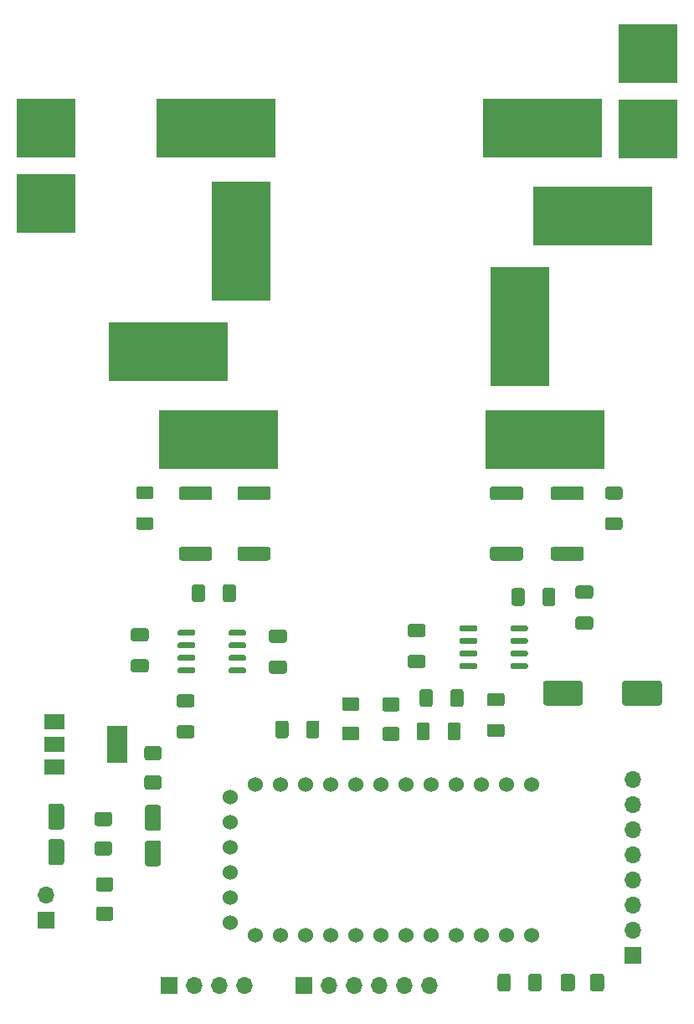
<source format=gbr>
%TF.GenerationSoftware,KiCad,Pcbnew,5.1.10-88a1d61d58~90~ubuntu20.04.1*%
%TF.CreationDate,2022-02-26T14:12:45+09:30*%
%TF.ProjectId,SWRBridge,53575242-7269-4646-9765-2e6b69636164,rev?*%
%TF.SameCoordinates,Original*%
%TF.FileFunction,Soldermask,Top*%
%TF.FilePolarity,Negative*%
%FSLAX46Y46*%
G04 Gerber Fmt 4.6, Leading zero omitted, Abs format (unit mm)*
G04 Created by KiCad (PCBNEW 5.1.10-88a1d61d58~90~ubuntu20.04.1) date 2022-02-26 14:12:45*
%MOMM*%
%LPD*%
G01*
G04 APERTURE LIST*
%ADD10R,1.700000X1.700000*%
%ADD11O,1.700000X1.700000*%
%ADD12R,12.000000X6.000000*%
%ADD13R,6.000000X12.000000*%
%ADD14R,2.000000X3.800000*%
%ADD15R,2.000000X1.500000*%
%ADD16C,1.524000*%
%ADD17R,6.000000X6.000000*%
G04 APERTURE END LIST*
%TO.C,C1*%
G36*
G01*
X116025500Y-108600001D02*
X116025500Y-107299999D01*
G75*
G02*
X116275499Y-107050000I249999J0D01*
G01*
X117100501Y-107050000D01*
G75*
G02*
X117350500Y-107299999I0J-249999D01*
G01*
X117350500Y-108600001D01*
G75*
G02*
X117100501Y-108850000I-249999J0D01*
G01*
X116275499Y-108850000D01*
G75*
G02*
X116025500Y-108600001I0J249999D01*
G01*
G37*
G36*
G01*
X112900500Y-108600001D02*
X112900500Y-107299999D01*
G75*
G02*
X113150499Y-107050000I249999J0D01*
G01*
X113975501Y-107050000D01*
G75*
G02*
X114225500Y-107299999I0J-249999D01*
G01*
X114225500Y-108600001D01*
G75*
G02*
X113975501Y-108850000I-249999J0D01*
G01*
X113150499Y-108850000D01*
G75*
G02*
X112900500Y-108600001I0J249999D01*
G01*
G37*
%TD*%
%TO.C,C2*%
G36*
G01*
X106982499Y-111503500D02*
X108282501Y-111503500D01*
G75*
G02*
X108532500Y-111753499I0J-249999D01*
G01*
X108532500Y-112578501D01*
G75*
G02*
X108282501Y-112828500I-249999J0D01*
G01*
X106982499Y-112828500D01*
G75*
G02*
X106732500Y-112578501I0J249999D01*
G01*
X106732500Y-111753499D01*
G75*
G02*
X106982499Y-111503500I249999J0D01*
G01*
G37*
G36*
G01*
X106982499Y-114628500D02*
X108282501Y-114628500D01*
G75*
G02*
X108532500Y-114878499I0J-249999D01*
G01*
X108532500Y-115703501D01*
G75*
G02*
X108282501Y-115953500I-249999J0D01*
G01*
X106982499Y-115953500D01*
G75*
G02*
X106732500Y-115703501I0J249999D01*
G01*
X106732500Y-114878499D01*
G75*
G02*
X106982499Y-114628500I249999J0D01*
G01*
G37*
%TD*%
%TO.C,C3*%
G36*
G01*
X98637000Y-132834000D02*
X99737000Y-132834000D01*
G75*
G02*
X99987000Y-133084000I0J-250000D01*
G01*
X99987000Y-135184000D01*
G75*
G02*
X99737000Y-135434000I-250000J0D01*
G01*
X98637000Y-135434000D01*
G75*
G02*
X98387000Y-135184000I0J250000D01*
G01*
X98387000Y-133084000D01*
G75*
G02*
X98637000Y-132834000I250000J0D01*
G01*
G37*
G36*
G01*
X98637000Y-129234000D02*
X99737000Y-129234000D01*
G75*
G02*
X99987000Y-129484000I0J-250000D01*
G01*
X99987000Y-131584000D01*
G75*
G02*
X99737000Y-131834000I-250000J0D01*
G01*
X98637000Y-131834000D01*
G75*
G02*
X98387000Y-131584000I0J250000D01*
G01*
X98387000Y-129484000D01*
G75*
G02*
X98637000Y-129234000I250000J0D01*
G01*
G37*
%TD*%
%TO.C,C4*%
G36*
G01*
X120952499Y-114755500D02*
X122252501Y-114755500D01*
G75*
G02*
X122502500Y-115005499I0J-249999D01*
G01*
X122502500Y-115830501D01*
G75*
G02*
X122252501Y-116080500I-249999J0D01*
G01*
X120952499Y-116080500D01*
G75*
G02*
X120702500Y-115830501I0J249999D01*
G01*
X120702500Y-115005499D01*
G75*
G02*
X120952499Y-114755500I249999J0D01*
G01*
G37*
G36*
G01*
X120952499Y-111630500D02*
X122252501Y-111630500D01*
G75*
G02*
X122502500Y-111880499I0J-249999D01*
G01*
X122502500Y-112705501D01*
G75*
G02*
X122252501Y-112955500I-249999J0D01*
G01*
X120952499Y-112955500D01*
G75*
G02*
X120702500Y-112705501I0J249999D01*
G01*
X120702500Y-111880499D01*
G75*
G02*
X120952499Y-111630500I249999J0D01*
G01*
G37*
%TD*%
%TO.C,C5*%
G36*
G01*
X111617999Y-118171000D02*
X112918001Y-118171000D01*
G75*
G02*
X113168000Y-118420999I0J-249999D01*
G01*
X113168000Y-119246001D01*
G75*
G02*
X112918001Y-119496000I-249999J0D01*
G01*
X111617999Y-119496000D01*
G75*
G02*
X111368000Y-119246001I0J249999D01*
G01*
X111368000Y-118420999D01*
G75*
G02*
X111617999Y-118171000I249999J0D01*
G01*
G37*
G36*
G01*
X111617999Y-121296000D02*
X112918001Y-121296000D01*
G75*
G02*
X113168000Y-121545999I0J-249999D01*
G01*
X113168000Y-122371001D01*
G75*
G02*
X112918001Y-122621000I-249999J0D01*
G01*
X111617999Y-122621000D01*
G75*
G02*
X111368000Y-122371001I0J249999D01*
G01*
X111368000Y-121545999D01*
G75*
G02*
X111617999Y-121296000I249999J0D01*
G01*
G37*
%TD*%
%TO.C,C6*%
G36*
G01*
X146547000Y-107680999D02*
X146547000Y-108981001D01*
G75*
G02*
X146297001Y-109231000I-249999J0D01*
G01*
X145471999Y-109231000D01*
G75*
G02*
X145222000Y-108981001I0J249999D01*
G01*
X145222000Y-107680999D01*
G75*
G02*
X145471999Y-107431000I249999J0D01*
G01*
X146297001Y-107431000D01*
G75*
G02*
X146547000Y-107680999I0J-249999D01*
G01*
G37*
G36*
G01*
X149672000Y-107680999D02*
X149672000Y-108981001D01*
G75*
G02*
X149422001Y-109231000I-249999J0D01*
G01*
X148596999Y-109231000D01*
G75*
G02*
X148347000Y-108981001I0J249999D01*
G01*
X148347000Y-107680999D01*
G75*
G02*
X148596999Y-107431000I249999J0D01*
G01*
X149422001Y-107431000D01*
G75*
G02*
X149672000Y-107680999I0J-249999D01*
G01*
G37*
%TD*%
%TO.C,C7*%
G36*
G01*
X125796000Y-121079499D02*
X125796000Y-122379501D01*
G75*
G02*
X125546001Y-122629500I-249999J0D01*
G01*
X124720999Y-122629500D01*
G75*
G02*
X124471000Y-122379501I0J249999D01*
G01*
X124471000Y-121079499D01*
G75*
G02*
X124720999Y-120829500I249999J0D01*
G01*
X125546001Y-120829500D01*
G75*
G02*
X125796000Y-121079499I0J-249999D01*
G01*
G37*
G36*
G01*
X122671000Y-121079499D02*
X122671000Y-122379501D01*
G75*
G02*
X122421001Y-122629500I-249999J0D01*
G01*
X121595999Y-122629500D01*
G75*
G02*
X121346000Y-122379501I0J249999D01*
G01*
X121346000Y-121079499D01*
G75*
G02*
X121595999Y-120829500I249999J0D01*
G01*
X122421001Y-120829500D01*
G75*
G02*
X122671000Y-121079499I0J-249999D01*
G01*
G37*
%TD*%
%TO.C,C8*%
G36*
G01*
X108416000Y-129361000D02*
X109516000Y-129361000D01*
G75*
G02*
X109766000Y-129611000I0J-250000D01*
G01*
X109766000Y-131711000D01*
G75*
G02*
X109516000Y-131961000I-250000J0D01*
G01*
X108416000Y-131961000D01*
G75*
G02*
X108166000Y-131711000I0J250000D01*
G01*
X108166000Y-129611000D01*
G75*
G02*
X108416000Y-129361000I250000J0D01*
G01*
G37*
G36*
G01*
X108416000Y-132961000D02*
X109516000Y-132961000D01*
G75*
G02*
X109766000Y-133211000I0J-250000D01*
G01*
X109766000Y-135311000D01*
G75*
G02*
X109516000Y-135561000I-250000J0D01*
G01*
X108416000Y-135561000D01*
G75*
G02*
X108166000Y-135311000I0J250000D01*
G01*
X108166000Y-133211000D01*
G75*
G02*
X108416000Y-132961000I250000J0D01*
G01*
G37*
%TD*%
%TO.C,C9*%
G36*
G01*
X134985999Y-114184000D02*
X136286001Y-114184000D01*
G75*
G02*
X136536000Y-114433999I0J-249999D01*
G01*
X136536000Y-115259001D01*
G75*
G02*
X136286001Y-115509000I-249999J0D01*
G01*
X134985999Y-115509000D01*
G75*
G02*
X134736000Y-115259001I0J249999D01*
G01*
X134736000Y-114433999D01*
G75*
G02*
X134985999Y-114184000I249999J0D01*
G01*
G37*
G36*
G01*
X134985999Y-111059000D02*
X136286001Y-111059000D01*
G75*
G02*
X136536000Y-111308999I0J-249999D01*
G01*
X136536000Y-112134001D01*
G75*
G02*
X136286001Y-112384000I-249999J0D01*
G01*
X134985999Y-112384000D01*
G75*
G02*
X134736000Y-112134001I0J249999D01*
G01*
X134736000Y-111308999D01*
G75*
G02*
X134985999Y-111059000I249999J0D01*
G01*
G37*
%TD*%
%TO.C,C10*%
G36*
G01*
X153240501Y-111635500D02*
X151940499Y-111635500D01*
G75*
G02*
X151690500Y-111385501I0J249999D01*
G01*
X151690500Y-110560499D01*
G75*
G02*
X151940499Y-110310500I249999J0D01*
G01*
X153240501Y-110310500D01*
G75*
G02*
X153490500Y-110560499I0J-249999D01*
G01*
X153490500Y-111385501D01*
G75*
G02*
X153240501Y-111635500I-249999J0D01*
G01*
G37*
G36*
G01*
X153240501Y-108510500D02*
X151940499Y-108510500D01*
G75*
G02*
X151690500Y-108260501I0J249999D01*
G01*
X151690500Y-107435499D01*
G75*
G02*
X151940499Y-107185500I249999J0D01*
G01*
X153240501Y-107185500D01*
G75*
G02*
X153490500Y-107435499I0J-249999D01*
G01*
X153490500Y-108260501D01*
G75*
G02*
X153240501Y-108510500I-249999J0D01*
G01*
G37*
%TD*%
%TO.C,C11*%
G36*
G01*
X142986999Y-121169000D02*
X144287001Y-121169000D01*
G75*
G02*
X144537000Y-121418999I0J-249999D01*
G01*
X144537000Y-122244001D01*
G75*
G02*
X144287001Y-122494000I-249999J0D01*
G01*
X142986999Y-122494000D01*
G75*
G02*
X142737000Y-122244001I0J249999D01*
G01*
X142737000Y-121418999D01*
G75*
G02*
X142986999Y-121169000I249999J0D01*
G01*
G37*
G36*
G01*
X142986999Y-118044000D02*
X144287001Y-118044000D01*
G75*
G02*
X144537000Y-118293999I0J-249999D01*
G01*
X144537000Y-119119001D01*
G75*
G02*
X144287001Y-119369000I-249999J0D01*
G01*
X142986999Y-119369000D01*
G75*
G02*
X142737000Y-119119001I0J249999D01*
G01*
X142737000Y-118293999D01*
G75*
G02*
X142986999Y-118044000I249999J0D01*
G01*
G37*
%TD*%
%TO.C,C12*%
G36*
G01*
X135633500Y-122570001D02*
X135633500Y-121269999D01*
G75*
G02*
X135883499Y-121020000I249999J0D01*
G01*
X136708501Y-121020000D01*
G75*
G02*
X136958500Y-121269999I0J-249999D01*
G01*
X136958500Y-122570001D01*
G75*
G02*
X136708501Y-122820000I-249999J0D01*
G01*
X135883499Y-122820000D01*
G75*
G02*
X135633500Y-122570001I0J249999D01*
G01*
G37*
G36*
G01*
X138758500Y-122570001D02*
X138758500Y-121269999D01*
G75*
G02*
X139008499Y-121020000I249999J0D01*
G01*
X139833501Y-121020000D01*
G75*
G02*
X140083500Y-121269999I0J-249999D01*
G01*
X140083500Y-122570001D01*
G75*
G02*
X139833501Y-122820000I-249999J0D01*
G01*
X139008499Y-122820000D01*
G75*
G02*
X138758500Y-122570001I0J249999D01*
G01*
G37*
%TD*%
%TO.C,C13*%
G36*
G01*
X148275000Y-146669999D02*
X148275000Y-147970001D01*
G75*
G02*
X148025001Y-148220000I-249999J0D01*
G01*
X147199999Y-148220000D01*
G75*
G02*
X146950000Y-147970001I0J249999D01*
G01*
X146950000Y-146669999D01*
G75*
G02*
X147199999Y-146420000I249999J0D01*
G01*
X148025001Y-146420000D01*
G75*
G02*
X148275000Y-146669999I0J-249999D01*
G01*
G37*
G36*
G01*
X145150000Y-146669999D02*
X145150000Y-147970001D01*
G75*
G02*
X144900001Y-148220000I-249999J0D01*
G01*
X144074999Y-148220000D01*
G75*
G02*
X143825000Y-147970001I0J249999D01*
G01*
X143825000Y-146669999D01*
G75*
G02*
X144074999Y-146420000I249999J0D01*
G01*
X144900001Y-146420000D01*
G75*
G02*
X145150000Y-146669999I0J-249999D01*
G01*
G37*
%TD*%
%TO.C,C14*%
G36*
G01*
X139051000Y-119204501D02*
X139051000Y-117904499D01*
G75*
G02*
X139300999Y-117654500I249999J0D01*
G01*
X140126001Y-117654500D01*
G75*
G02*
X140376000Y-117904499I0J-249999D01*
G01*
X140376000Y-119204501D01*
G75*
G02*
X140126001Y-119454500I-249999J0D01*
G01*
X139300999Y-119454500D01*
G75*
G02*
X139051000Y-119204501I0J249999D01*
G01*
G37*
G36*
G01*
X135926000Y-119204501D02*
X135926000Y-117904499D01*
G75*
G02*
X136175999Y-117654500I249999J0D01*
G01*
X137001001Y-117654500D01*
G75*
G02*
X137251000Y-117904499I0J-249999D01*
G01*
X137251000Y-119204501D01*
G75*
G02*
X137001001Y-119454500I-249999J0D01*
G01*
X136175999Y-119454500D01*
G75*
G02*
X135926000Y-119204501I0J249999D01*
G01*
G37*
%TD*%
%TO.C,C15*%
G36*
G01*
X160432000Y-117046500D02*
X160432000Y-119046500D01*
G75*
G02*
X160182000Y-119296500I-250000J0D01*
G01*
X156682000Y-119296500D01*
G75*
G02*
X156432000Y-119046500I0J250000D01*
G01*
X156432000Y-117046500D01*
G75*
G02*
X156682000Y-116796500I250000J0D01*
G01*
X160182000Y-116796500D01*
G75*
G02*
X160432000Y-117046500I0J-250000D01*
G01*
G37*
G36*
G01*
X152432000Y-117046500D02*
X152432000Y-119046500D01*
G75*
G02*
X152182000Y-119296500I-250000J0D01*
G01*
X148682000Y-119296500D01*
G75*
G02*
X148432000Y-119046500I0J250000D01*
G01*
X148432000Y-117046500D01*
G75*
G02*
X148682000Y-116796500I250000J0D01*
G01*
X152182000Y-116796500D01*
G75*
G02*
X152432000Y-117046500I0J-250000D01*
G01*
G37*
%TD*%
%TO.C,D1*%
G36*
G01*
X103451500Y-136674500D02*
X104701500Y-136674500D01*
G75*
G02*
X104951500Y-136924500I0J-250000D01*
G01*
X104951500Y-137849500D01*
G75*
G02*
X104701500Y-138099500I-250000J0D01*
G01*
X103451500Y-138099500D01*
G75*
G02*
X103201500Y-137849500I0J250000D01*
G01*
X103201500Y-136924500D01*
G75*
G02*
X103451500Y-136674500I250000J0D01*
G01*
G37*
G36*
G01*
X103451500Y-139649500D02*
X104701500Y-139649500D01*
G75*
G02*
X104951500Y-139899500I0J-250000D01*
G01*
X104951500Y-140824500D01*
G75*
G02*
X104701500Y-141074500I-250000J0D01*
G01*
X103451500Y-141074500D01*
G75*
G02*
X103201500Y-140824500I0J250000D01*
G01*
X103201500Y-139899500D01*
G75*
G02*
X103451500Y-139649500I250000J0D01*
G01*
G37*
%TD*%
D10*
%TO.C,J1*%
X98171000Y-141033500D03*
D11*
X98171000Y-138493500D03*
%TD*%
D10*
%TO.C,J4*%
X157543500Y-144589500D03*
D11*
X157543500Y-142049500D03*
X157543500Y-139509500D03*
X157543500Y-136969500D03*
X157543500Y-134429500D03*
X157543500Y-131889500D03*
X157543500Y-129349500D03*
X157543500Y-126809500D03*
%TD*%
D10*
%TO.C,J5*%
X124206000Y-147637500D03*
D11*
X126746000Y-147637500D03*
X129286000Y-147637500D03*
X131826000Y-147637500D03*
X134366000Y-147637500D03*
X136906000Y-147637500D03*
%TD*%
D10*
%TO.C,J6*%
X110617000Y-147637500D03*
D11*
X113157000Y-147637500D03*
X115697000Y-147637500D03*
X118237000Y-147637500D03*
%TD*%
%TO.C,L1*%
G36*
G01*
X104574500Y-131495500D02*
X103324500Y-131495500D01*
G75*
G02*
X103074500Y-131245500I0J250000D01*
G01*
X103074500Y-130320500D01*
G75*
G02*
X103324500Y-130070500I250000J0D01*
G01*
X104574500Y-130070500D01*
G75*
G02*
X104824500Y-130320500I0J-250000D01*
G01*
X104824500Y-131245500D01*
G75*
G02*
X104574500Y-131495500I-250000J0D01*
G01*
G37*
G36*
G01*
X104574500Y-134470500D02*
X103324500Y-134470500D01*
G75*
G02*
X103074500Y-134220500I0J250000D01*
G01*
X103074500Y-133295500D01*
G75*
G02*
X103324500Y-133045500I250000J0D01*
G01*
X104574500Y-133045500D01*
G75*
G02*
X104824500Y-133295500I0J-250000D01*
G01*
X104824500Y-134220500D01*
G75*
G02*
X104574500Y-134470500I-250000J0D01*
G01*
G37*
%TD*%
%TO.C,L2*%
G36*
G01*
X128343500Y-121425000D02*
X129593500Y-121425000D01*
G75*
G02*
X129843500Y-121675000I0J-250000D01*
G01*
X129843500Y-122600000D01*
G75*
G02*
X129593500Y-122850000I-250000J0D01*
G01*
X128343500Y-122850000D01*
G75*
G02*
X128093500Y-122600000I0J250000D01*
G01*
X128093500Y-121675000D01*
G75*
G02*
X128343500Y-121425000I250000J0D01*
G01*
G37*
G36*
G01*
X128343500Y-118450000D02*
X129593500Y-118450000D01*
G75*
G02*
X129843500Y-118700000I0J-250000D01*
G01*
X129843500Y-119625000D01*
G75*
G02*
X129593500Y-119875000I-250000J0D01*
G01*
X128343500Y-119875000D01*
G75*
G02*
X128093500Y-119625000I0J250000D01*
G01*
X128093500Y-118700000D01*
G75*
G02*
X128343500Y-118450000I250000J0D01*
G01*
G37*
%TD*%
%TO.C,L3*%
G36*
G01*
X109591000Y-127803000D02*
X108341000Y-127803000D01*
G75*
G02*
X108091000Y-127553000I0J250000D01*
G01*
X108091000Y-126628000D01*
G75*
G02*
X108341000Y-126378000I250000J0D01*
G01*
X109591000Y-126378000D01*
G75*
G02*
X109841000Y-126628000I0J-250000D01*
G01*
X109841000Y-127553000D01*
G75*
G02*
X109591000Y-127803000I-250000J0D01*
G01*
G37*
G36*
G01*
X109591000Y-124828000D02*
X108341000Y-124828000D01*
G75*
G02*
X108091000Y-124578000I0J250000D01*
G01*
X108091000Y-123653000D01*
G75*
G02*
X108341000Y-123403000I250000J0D01*
G01*
X109591000Y-123403000D01*
G75*
G02*
X109841000Y-123653000I0J-250000D01*
G01*
X109841000Y-124578000D01*
G75*
G02*
X109591000Y-124828000I-250000J0D01*
G01*
G37*
%TD*%
%TO.C,L4*%
G36*
G01*
X154600000Y-146695000D02*
X154600000Y-147945000D01*
G75*
G02*
X154350000Y-148195000I-250000J0D01*
G01*
X153425000Y-148195000D01*
G75*
G02*
X153175000Y-147945000I0J250000D01*
G01*
X153175000Y-146695000D01*
G75*
G02*
X153425000Y-146445000I250000J0D01*
G01*
X154350000Y-146445000D01*
G75*
G02*
X154600000Y-146695000I0J-250000D01*
G01*
G37*
G36*
G01*
X151625000Y-146695000D02*
X151625000Y-147945000D01*
G75*
G02*
X151375000Y-148195000I-250000J0D01*
G01*
X150450000Y-148195000D01*
G75*
G02*
X150200000Y-147945000I0J250000D01*
G01*
X150200000Y-146695000D01*
G75*
G02*
X150450000Y-146445000I250000J0D01*
G01*
X151375000Y-146445000D01*
G75*
G02*
X151625000Y-146695000I0J-250000D01*
G01*
G37*
%TD*%
%TO.C,L5*%
G36*
G01*
X132407500Y-118486500D02*
X133657500Y-118486500D01*
G75*
G02*
X133907500Y-118736500I0J-250000D01*
G01*
X133907500Y-119661500D01*
G75*
G02*
X133657500Y-119911500I-250000J0D01*
G01*
X132407500Y-119911500D01*
G75*
G02*
X132157500Y-119661500I0J250000D01*
G01*
X132157500Y-118736500D01*
G75*
G02*
X132407500Y-118486500I250000J0D01*
G01*
G37*
G36*
G01*
X132407500Y-121461500D02*
X133657500Y-121461500D01*
G75*
G02*
X133907500Y-121711500I0J-250000D01*
G01*
X133907500Y-122636500D01*
G75*
G02*
X133657500Y-122886500I-250000J0D01*
G01*
X132407500Y-122886500D01*
G75*
G02*
X132157500Y-122636500I0J250000D01*
G01*
X132157500Y-121711500D01*
G75*
G02*
X132407500Y-121461500I250000J0D01*
G01*
G37*
%TD*%
%TO.C,R1*%
G36*
G01*
X117764499Y-103251500D02*
X120614501Y-103251500D01*
G75*
G02*
X120864500Y-103501499I0J-249999D01*
G01*
X120864500Y-104401501D01*
G75*
G02*
X120614501Y-104651500I-249999J0D01*
G01*
X117764499Y-104651500D01*
G75*
G02*
X117514500Y-104401501I0J249999D01*
G01*
X117514500Y-103501499D01*
G75*
G02*
X117764499Y-103251500I249999J0D01*
G01*
G37*
G36*
G01*
X117764499Y-97151500D02*
X120614501Y-97151500D01*
G75*
G02*
X120864500Y-97401499I0J-249999D01*
G01*
X120864500Y-98301501D01*
G75*
G02*
X120614501Y-98551500I-249999J0D01*
G01*
X117764499Y-98551500D01*
G75*
G02*
X117514500Y-98301501I0J249999D01*
G01*
X117514500Y-97401499D01*
G75*
G02*
X117764499Y-97151500I249999J0D01*
G01*
G37*
%TD*%
%TO.C,R2*%
G36*
G01*
X108765500Y-101551500D02*
X107515500Y-101551500D01*
G75*
G02*
X107265500Y-101301500I0J250000D01*
G01*
X107265500Y-100501500D01*
G75*
G02*
X107515500Y-100251500I250000J0D01*
G01*
X108765500Y-100251500D01*
G75*
G02*
X109015500Y-100501500I0J-250000D01*
G01*
X109015500Y-101301500D01*
G75*
G02*
X108765500Y-101551500I-250000J0D01*
G01*
G37*
G36*
G01*
X108765500Y-98451500D02*
X107515500Y-98451500D01*
G75*
G02*
X107265500Y-98201500I0J250000D01*
G01*
X107265500Y-97401500D01*
G75*
G02*
X107515500Y-97151500I250000J0D01*
G01*
X108765500Y-97151500D01*
G75*
G02*
X109015500Y-97401500I0J-250000D01*
G01*
X109015500Y-98201500D01*
G75*
G02*
X108765500Y-98451500I-250000J0D01*
G01*
G37*
%TD*%
%TO.C,R3*%
G36*
G01*
X111858999Y-97151500D02*
X114709001Y-97151500D01*
G75*
G02*
X114959000Y-97401499I0J-249999D01*
G01*
X114959000Y-98301501D01*
G75*
G02*
X114709001Y-98551500I-249999J0D01*
G01*
X111858999Y-98551500D01*
G75*
G02*
X111609000Y-98301501I0J249999D01*
G01*
X111609000Y-97401499D01*
G75*
G02*
X111858999Y-97151500I249999J0D01*
G01*
G37*
G36*
G01*
X111858999Y-103251500D02*
X114709001Y-103251500D01*
G75*
G02*
X114959000Y-103501499I0J-249999D01*
G01*
X114959000Y-104401501D01*
G75*
G02*
X114709001Y-104651500I-249999J0D01*
G01*
X111858999Y-104651500D01*
G75*
G02*
X111609000Y-104401501I0J249999D01*
G01*
X111609000Y-103501499D01*
G75*
G02*
X111858999Y-103251500I249999J0D01*
G01*
G37*
%TD*%
%TO.C,R4*%
G36*
G01*
X149450999Y-97151500D02*
X152301001Y-97151500D01*
G75*
G02*
X152551000Y-97401499I0J-249999D01*
G01*
X152551000Y-98301501D01*
G75*
G02*
X152301001Y-98551500I-249999J0D01*
G01*
X149450999Y-98551500D01*
G75*
G02*
X149201000Y-98301501I0J249999D01*
G01*
X149201000Y-97401499D01*
G75*
G02*
X149450999Y-97151500I249999J0D01*
G01*
G37*
G36*
G01*
X149450999Y-103251500D02*
X152301001Y-103251500D01*
G75*
G02*
X152551000Y-103501499I0J-249999D01*
G01*
X152551000Y-104401501D01*
G75*
G02*
X152301001Y-104651500I-249999J0D01*
G01*
X149450999Y-104651500D01*
G75*
G02*
X149201000Y-104401501I0J249999D01*
G01*
X149201000Y-103501499D01*
G75*
G02*
X149450999Y-103251500I249999J0D01*
G01*
G37*
%TD*%
%TO.C,R5*%
G36*
G01*
X146141501Y-98551500D02*
X143291499Y-98551500D01*
G75*
G02*
X143041500Y-98301501I0J249999D01*
G01*
X143041500Y-97401499D01*
G75*
G02*
X143291499Y-97151500I249999J0D01*
G01*
X146141501Y-97151500D01*
G75*
G02*
X146391500Y-97401499I0J-249999D01*
G01*
X146391500Y-98301501D01*
G75*
G02*
X146141501Y-98551500I-249999J0D01*
G01*
G37*
G36*
G01*
X146141501Y-104651500D02*
X143291499Y-104651500D01*
G75*
G02*
X143041500Y-104401501I0J249999D01*
G01*
X143041500Y-103501499D01*
G75*
G02*
X143291499Y-103251500I249999J0D01*
G01*
X146141501Y-103251500D01*
G75*
G02*
X146391500Y-103501499I0J-249999D01*
G01*
X146391500Y-104401501D01*
G75*
G02*
X146141501Y-104651500I-249999J0D01*
G01*
G37*
%TD*%
%TO.C,R6*%
G36*
G01*
X154950000Y-100277500D02*
X156200000Y-100277500D01*
G75*
G02*
X156450000Y-100527500I0J-250000D01*
G01*
X156450000Y-101327500D01*
G75*
G02*
X156200000Y-101577500I-250000J0D01*
G01*
X154950000Y-101577500D01*
G75*
G02*
X154700000Y-101327500I0J250000D01*
G01*
X154700000Y-100527500D01*
G75*
G02*
X154950000Y-100277500I250000J0D01*
G01*
G37*
G36*
G01*
X154950000Y-97177500D02*
X156200000Y-97177500D01*
G75*
G02*
X156450000Y-97427500I0J-250000D01*
G01*
X156450000Y-98227500D01*
G75*
G02*
X156200000Y-98477500I-250000J0D01*
G01*
X154950000Y-98477500D01*
G75*
G02*
X154700000Y-98227500I0J250000D01*
G01*
X154700000Y-97427500D01*
G75*
G02*
X154950000Y-97177500I250000J0D01*
G01*
G37*
%TD*%
D12*
%TO.C,T1*%
X115379500Y-60896500D03*
X148399500Y-60896500D03*
X153479500Y-69786500D03*
D13*
X117919500Y-72326500D03*
%TD*%
%TO.C,T2*%
X146050000Y-81026000D03*
D12*
X110490000Y-83566000D03*
X115570000Y-92456000D03*
X148590000Y-92456000D03*
%TD*%
%TO.C,U1*%
G36*
G01*
X111485000Y-112100500D02*
X111485000Y-111800500D01*
G75*
G02*
X111635000Y-111650500I150000J0D01*
G01*
X113085000Y-111650500D01*
G75*
G02*
X113235000Y-111800500I0J-150000D01*
G01*
X113235000Y-112100500D01*
G75*
G02*
X113085000Y-112250500I-150000J0D01*
G01*
X111635000Y-112250500D01*
G75*
G02*
X111485000Y-112100500I0J150000D01*
G01*
G37*
G36*
G01*
X111485000Y-113370500D02*
X111485000Y-113070500D01*
G75*
G02*
X111635000Y-112920500I150000J0D01*
G01*
X113085000Y-112920500D01*
G75*
G02*
X113235000Y-113070500I0J-150000D01*
G01*
X113235000Y-113370500D01*
G75*
G02*
X113085000Y-113520500I-150000J0D01*
G01*
X111635000Y-113520500D01*
G75*
G02*
X111485000Y-113370500I0J150000D01*
G01*
G37*
G36*
G01*
X111485000Y-114640500D02*
X111485000Y-114340500D01*
G75*
G02*
X111635000Y-114190500I150000J0D01*
G01*
X113085000Y-114190500D01*
G75*
G02*
X113235000Y-114340500I0J-150000D01*
G01*
X113235000Y-114640500D01*
G75*
G02*
X113085000Y-114790500I-150000J0D01*
G01*
X111635000Y-114790500D01*
G75*
G02*
X111485000Y-114640500I0J150000D01*
G01*
G37*
G36*
G01*
X111485000Y-115910500D02*
X111485000Y-115610500D01*
G75*
G02*
X111635000Y-115460500I150000J0D01*
G01*
X113085000Y-115460500D01*
G75*
G02*
X113235000Y-115610500I0J-150000D01*
G01*
X113235000Y-115910500D01*
G75*
G02*
X113085000Y-116060500I-150000J0D01*
G01*
X111635000Y-116060500D01*
G75*
G02*
X111485000Y-115910500I0J150000D01*
G01*
G37*
G36*
G01*
X116635000Y-115910500D02*
X116635000Y-115610500D01*
G75*
G02*
X116785000Y-115460500I150000J0D01*
G01*
X118235000Y-115460500D01*
G75*
G02*
X118385000Y-115610500I0J-150000D01*
G01*
X118385000Y-115910500D01*
G75*
G02*
X118235000Y-116060500I-150000J0D01*
G01*
X116785000Y-116060500D01*
G75*
G02*
X116635000Y-115910500I0J150000D01*
G01*
G37*
G36*
G01*
X116635000Y-114640500D02*
X116635000Y-114340500D01*
G75*
G02*
X116785000Y-114190500I150000J0D01*
G01*
X118235000Y-114190500D01*
G75*
G02*
X118385000Y-114340500I0J-150000D01*
G01*
X118385000Y-114640500D01*
G75*
G02*
X118235000Y-114790500I-150000J0D01*
G01*
X116785000Y-114790500D01*
G75*
G02*
X116635000Y-114640500I0J150000D01*
G01*
G37*
G36*
G01*
X116635000Y-113370500D02*
X116635000Y-113070500D01*
G75*
G02*
X116785000Y-112920500I150000J0D01*
G01*
X118235000Y-112920500D01*
G75*
G02*
X118385000Y-113070500I0J-150000D01*
G01*
X118385000Y-113370500D01*
G75*
G02*
X118235000Y-113520500I-150000J0D01*
G01*
X116785000Y-113520500D01*
G75*
G02*
X116635000Y-113370500I0J150000D01*
G01*
G37*
G36*
G01*
X116635000Y-112100500D02*
X116635000Y-111800500D01*
G75*
G02*
X116785000Y-111650500I150000J0D01*
G01*
X118235000Y-111650500D01*
G75*
G02*
X118385000Y-111800500I0J-150000D01*
G01*
X118385000Y-112100500D01*
G75*
G02*
X118235000Y-112250500I-150000J0D01*
G01*
X116785000Y-112250500D01*
G75*
G02*
X116635000Y-112100500I0J150000D01*
G01*
G37*
%TD*%
D14*
%TO.C,U2*%
X105321500Y-123253500D03*
D15*
X99021500Y-123253500D03*
X99021500Y-125553500D03*
X99021500Y-120953500D03*
%TD*%
%TO.C,U3*%
G36*
G01*
X145146500Y-111656000D02*
X145146500Y-111356000D01*
G75*
G02*
X145296500Y-111206000I150000J0D01*
G01*
X146746500Y-111206000D01*
G75*
G02*
X146896500Y-111356000I0J-150000D01*
G01*
X146896500Y-111656000D01*
G75*
G02*
X146746500Y-111806000I-150000J0D01*
G01*
X145296500Y-111806000D01*
G75*
G02*
X145146500Y-111656000I0J150000D01*
G01*
G37*
G36*
G01*
X145146500Y-112926000D02*
X145146500Y-112626000D01*
G75*
G02*
X145296500Y-112476000I150000J0D01*
G01*
X146746500Y-112476000D01*
G75*
G02*
X146896500Y-112626000I0J-150000D01*
G01*
X146896500Y-112926000D01*
G75*
G02*
X146746500Y-113076000I-150000J0D01*
G01*
X145296500Y-113076000D01*
G75*
G02*
X145146500Y-112926000I0J150000D01*
G01*
G37*
G36*
G01*
X145146500Y-114196000D02*
X145146500Y-113896000D01*
G75*
G02*
X145296500Y-113746000I150000J0D01*
G01*
X146746500Y-113746000D01*
G75*
G02*
X146896500Y-113896000I0J-150000D01*
G01*
X146896500Y-114196000D01*
G75*
G02*
X146746500Y-114346000I-150000J0D01*
G01*
X145296500Y-114346000D01*
G75*
G02*
X145146500Y-114196000I0J150000D01*
G01*
G37*
G36*
G01*
X145146500Y-115466000D02*
X145146500Y-115166000D01*
G75*
G02*
X145296500Y-115016000I150000J0D01*
G01*
X146746500Y-115016000D01*
G75*
G02*
X146896500Y-115166000I0J-150000D01*
G01*
X146896500Y-115466000D01*
G75*
G02*
X146746500Y-115616000I-150000J0D01*
G01*
X145296500Y-115616000D01*
G75*
G02*
X145146500Y-115466000I0J150000D01*
G01*
G37*
G36*
G01*
X139996500Y-115466000D02*
X139996500Y-115166000D01*
G75*
G02*
X140146500Y-115016000I150000J0D01*
G01*
X141596500Y-115016000D01*
G75*
G02*
X141746500Y-115166000I0J-150000D01*
G01*
X141746500Y-115466000D01*
G75*
G02*
X141596500Y-115616000I-150000J0D01*
G01*
X140146500Y-115616000D01*
G75*
G02*
X139996500Y-115466000I0J150000D01*
G01*
G37*
G36*
G01*
X139996500Y-114196000D02*
X139996500Y-113896000D01*
G75*
G02*
X140146500Y-113746000I150000J0D01*
G01*
X141596500Y-113746000D01*
G75*
G02*
X141746500Y-113896000I0J-150000D01*
G01*
X141746500Y-114196000D01*
G75*
G02*
X141596500Y-114346000I-150000J0D01*
G01*
X140146500Y-114346000D01*
G75*
G02*
X139996500Y-114196000I0J150000D01*
G01*
G37*
G36*
G01*
X139996500Y-112926000D02*
X139996500Y-112626000D01*
G75*
G02*
X140146500Y-112476000I150000J0D01*
G01*
X141596500Y-112476000D01*
G75*
G02*
X141746500Y-112626000I0J-150000D01*
G01*
X141746500Y-112926000D01*
G75*
G02*
X141596500Y-113076000I-150000J0D01*
G01*
X140146500Y-113076000D01*
G75*
G02*
X139996500Y-112926000I0J150000D01*
G01*
G37*
G36*
G01*
X139996500Y-111656000D02*
X139996500Y-111356000D01*
G75*
G02*
X140146500Y-111206000I150000J0D01*
G01*
X141596500Y-111206000D01*
G75*
G02*
X141746500Y-111356000I0J-150000D01*
G01*
X141746500Y-111656000D01*
G75*
G02*
X141596500Y-111806000I-150000J0D01*
G01*
X140146500Y-111806000D01*
G75*
G02*
X139996500Y-111656000I0J150000D01*
G01*
G37*
%TD*%
D16*
%TO.C,U4*%
X119316500Y-142557500D03*
X121856500Y-142557500D03*
X124396500Y-142557500D03*
X126936500Y-142557500D03*
X129476500Y-142557500D03*
X132016500Y-142557500D03*
X134556500Y-142557500D03*
X137096500Y-142557500D03*
X139636500Y-142557500D03*
X142176500Y-142557500D03*
X142176500Y-127317500D03*
X139636500Y-127317500D03*
X137096500Y-127317500D03*
X134556500Y-127317500D03*
X132016500Y-127317500D03*
X129476500Y-127317500D03*
X126936500Y-127317500D03*
X124396500Y-127317500D03*
X121856500Y-127317500D03*
X119316500Y-127317500D03*
X116776500Y-128587500D03*
X116776500Y-131127500D03*
X116776500Y-133667500D03*
X116776500Y-136207500D03*
X116776500Y-138747500D03*
X116776500Y-141287500D03*
X144716500Y-142557500D03*
X147256500Y-142557500D03*
X147256500Y-127317500D03*
X144716500Y-127317500D03*
%TD*%
D17*
%TO.C,J2*%
X98171000Y-68580000D03*
X98171000Y-60960000D03*
%TD*%
%TO.C,J3*%
X159004000Y-61023500D03*
X159004000Y-53403500D03*
%TD*%
M02*

</source>
